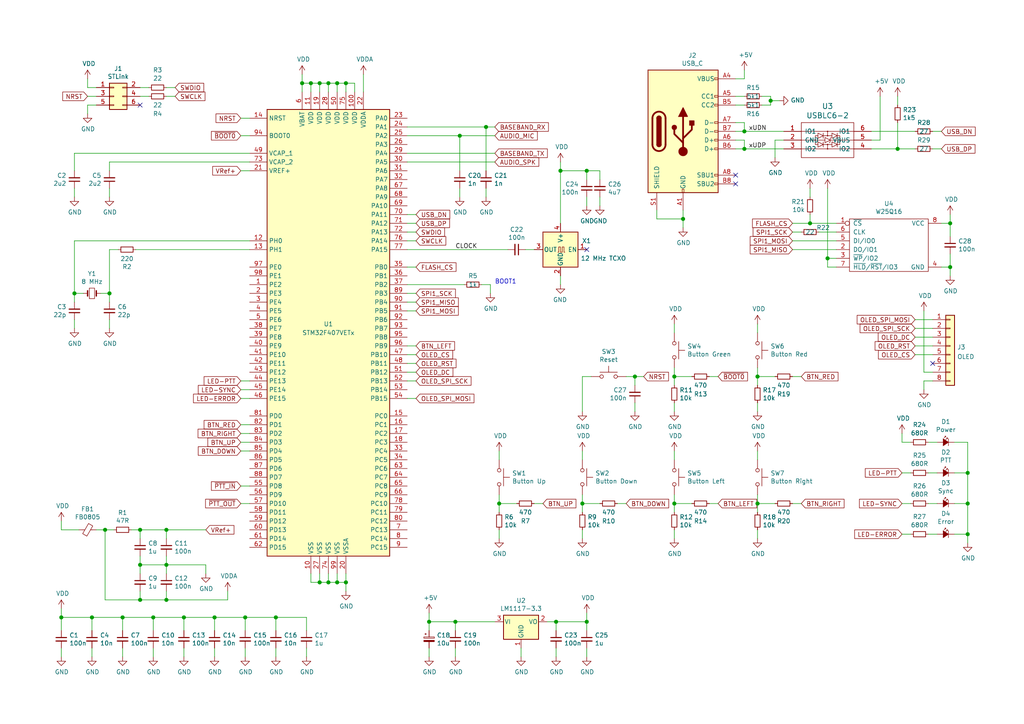
<source format=kicad_sch>
(kicad_sch (version 20210621) (generator eeschema)
  (paper "A4")
  (junction (at 17.78 179.07) (diameter 1.016))
  (junction (at 21.59 85.09) (diameter 1.016))
  (junction (at 26.67 179.07) (diameter 1.016))
  (junction (at 30.48 153.67) (diameter 1.016))
  (junction (at 31.75 85.09) (diameter 1.016))
  (junction (at 35.56 179.07) (diameter 1.016))
  (junction (at 40.64 153.67) (diameter 1.016))
  (junction (at 40.64 163.83) (diameter 1.016))
  (junction (at 40.64 173.99) (diameter 1.016))
  (junction (at 44.45 179.07) (diameter 1.016))
  (junction (at 48.26 153.67) (diameter 1.016))
  (junction (at 48.26 163.83) (diameter 1.016))
  (junction (at 48.26 173.99) (diameter 1.016))
  (junction (at 53.34 179.07) (diameter 1.016))
  (junction (at 62.23 179.07) (diameter 1.016))
  (junction (at 71.12 179.07) (diameter 1.016))
  (junction (at 80.01 179.07) (diameter 1.016))
  (junction (at 87.63 24.13) (diameter 1.016))
  (junction (at 90.17 24.13) (diameter 1.016))
  (junction (at 92.71 24.13) (diameter 1.016))
  (junction (at 92.71 168.91) (diameter 1.016))
  (junction (at 95.25 24.13) (diameter 1.016))
  (junction (at 95.25 168.91) (diameter 1.016))
  (junction (at 97.79 24.13) (diameter 1.016))
  (junction (at 97.79 168.91) (diameter 1.016))
  (junction (at 100.33 24.13) (diameter 1.016))
  (junction (at 100.33 168.91) (diameter 1.016))
  (junction (at 124.46 180.34) (diameter 1.016))
  (junction (at 132.08 180.34) (diameter 1.016))
  (junction (at 133.35 39.37) (diameter 1.016))
  (junction (at 140.97 36.83) (diameter 1.016))
  (junction (at 144.78 146.05) (diameter 1.016))
  (junction (at 161.29 180.34) (diameter 1.016))
  (junction (at 162.56 49.53) (diameter 1.016))
  (junction (at 168.91 146.05) (diameter 1.016))
  (junction (at 170.18 49.53) (diameter 1.016))
  (junction (at 170.18 180.34) (diameter 1.016))
  (junction (at 184.15 109.22) (diameter 1.016))
  (junction (at 195.58 109.22) (diameter 1.016))
  (junction (at 195.58 146.05) (diameter 1.016))
  (junction (at 198.12 63.5) (diameter 1.016))
  (junction (at 215.9 38.1) (diameter 1.016))
  (junction (at 215.9 43.18) (diameter 1.016))
  (junction (at 219.71 109.22) (diameter 1.016))
  (junction (at 219.71 146.05) (diameter 1.016))
  (junction (at 223.52 29.21) (diameter 1.016))
  (junction (at 234.95 64.77) (diameter 1.016))
  (junction (at 240.03 74.93) (diameter 1.016))
  (junction (at 260.35 43.18) (diameter 1.016))
  (junction (at 275.59 64.77) (diameter 1.016))
  (junction (at 275.59 77.47) (diameter 1.016))
  (junction (at 280.67 137.16) (diameter 1.016))
  (junction (at 280.67 146.05) (diameter 1.016))
  (junction (at 280.67 154.94) (diameter 1.016))
  (no_connect (at 40.64 30.48))
  (no_connect (at 170.18 72.39))
  (no_connect (at 213.36 50.8))
  (no_connect (at 213.36 53.34))
  (no_connect (at 270.51 105.41))
  (wire (pts (xy 17.78 153.67) (xy 17.78 151.13)))
  (wire (pts (xy 17.78 176.53) (xy 17.78 179.07)))
  (wire (pts (xy 17.78 179.07) (xy 26.67 179.07)))
  (wire (pts (xy 17.78 182.88) (xy 17.78 179.07)))
  (wire (pts (xy 17.78 187.96) (xy 17.78 190.5)))
  (wire (pts (xy 21.59 44.45) (xy 21.59 49.53)))
  (wire (pts (xy 21.59 54.61) (xy 21.59 57.15)))
  (wire (pts (xy 21.59 69.85) (xy 21.59 85.09)))
  (wire (pts (xy 21.59 85.09) (xy 21.59 87.63)))
  (wire (pts (xy 21.59 85.09) (xy 24.13 85.09)))
  (wire (pts (xy 21.59 92.71) (xy 21.59 95.25)))
  (wire (pts (xy 22.86 153.67) (xy 17.78 153.67)))
  (wire (pts (xy 25.4 25.4) (xy 25.4 22.86)))
  (wire (pts (xy 25.4 30.48) (xy 25.4 33.02)))
  (wire (pts (xy 26.67 179.07) (xy 26.67 182.88)))
  (wire (pts (xy 26.67 179.07) (xy 35.56 179.07)))
  (wire (pts (xy 26.67 187.96) (xy 26.67 190.5)))
  (wire (pts (xy 27.94 25.4) (xy 25.4 25.4)))
  (wire (pts (xy 27.94 27.94) (xy 25.4 27.94)))
  (wire (pts (xy 27.94 30.48) (xy 25.4 30.48)))
  (wire (pts (xy 27.94 153.67) (xy 30.48 153.67)))
  (wire (pts (xy 29.21 85.09) (xy 31.75 85.09)))
  (wire (pts (xy 30.48 153.67) (xy 30.48 173.99)))
  (wire (pts (xy 30.48 153.67) (xy 33.02 153.67)))
  (wire (pts (xy 30.48 173.99) (xy 40.64 173.99)))
  (wire (pts (xy 31.75 46.99) (xy 31.75 49.53)))
  (wire (pts (xy 31.75 54.61) (xy 31.75 57.15)))
  (wire (pts (xy 31.75 72.39) (xy 31.75 85.09)))
  (wire (pts (xy 31.75 85.09) (xy 31.75 87.63)))
  (wire (pts (xy 31.75 92.71) (xy 31.75 95.25)))
  (wire (pts (xy 34.29 72.39) (xy 31.75 72.39)))
  (wire (pts (xy 35.56 179.07) (xy 35.56 182.88)))
  (wire (pts (xy 35.56 179.07) (xy 44.45 179.07)))
  (wire (pts (xy 35.56 187.96) (xy 35.56 190.5)))
  (wire (pts (xy 38.1 153.67) (xy 40.64 153.67)))
  (wire (pts (xy 39.37 72.39) (xy 72.39 72.39)))
  (wire (pts (xy 40.64 25.4) (xy 43.18 25.4)))
  (wire (pts (xy 40.64 27.94) (xy 43.18 27.94)))
  (wire (pts (xy 40.64 153.67) (xy 40.64 156.21)))
  (wire (pts (xy 40.64 153.67) (xy 48.26 153.67)))
  (wire (pts (xy 40.64 161.29) (xy 40.64 163.83)))
  (wire (pts (xy 40.64 163.83) (xy 40.64 166.37)))
  (wire (pts (xy 40.64 163.83) (xy 48.26 163.83)))
  (wire (pts (xy 40.64 173.99) (xy 40.64 171.45)))
  (wire (pts (xy 40.64 173.99) (xy 48.26 173.99)))
  (wire (pts (xy 44.45 179.07) (xy 44.45 182.88)))
  (wire (pts (xy 44.45 179.07) (xy 53.34 179.07)))
  (wire (pts (xy 44.45 187.96) (xy 44.45 190.5)))
  (wire (pts (xy 48.26 25.4) (xy 50.8 25.4)))
  (wire (pts (xy 48.26 27.94) (xy 50.8 27.94)))
  (wire (pts (xy 48.26 153.67) (xy 48.26 156.21)))
  (wire (pts (xy 48.26 153.67) (xy 59.69 153.67)))
  (wire (pts (xy 48.26 161.29) (xy 48.26 163.83)))
  (wire (pts (xy 48.26 163.83) (xy 48.26 166.37)))
  (wire (pts (xy 48.26 163.83) (xy 59.69 163.83)))
  (wire (pts (xy 48.26 173.99) (xy 48.26 171.45)))
  (wire (pts (xy 48.26 173.99) (xy 66.04 173.99)))
  (wire (pts (xy 53.34 179.07) (xy 53.34 182.88)))
  (wire (pts (xy 53.34 179.07) (xy 62.23 179.07)))
  (wire (pts (xy 53.34 187.96) (xy 53.34 190.5)))
  (wire (pts (xy 59.69 163.83) (xy 59.69 166.37)))
  (wire (pts (xy 62.23 179.07) (xy 62.23 182.88)))
  (wire (pts (xy 62.23 179.07) (xy 71.12 179.07)))
  (wire (pts (xy 62.23 187.96) (xy 62.23 190.5)))
  (wire (pts (xy 66.04 173.99) (xy 66.04 171.45)))
  (wire (pts (xy 69.85 34.29) (xy 72.39 34.29)))
  (wire (pts (xy 69.85 39.37) (xy 72.39 39.37)))
  (wire (pts (xy 69.85 49.53) (xy 72.39 49.53)))
  (wire (pts (xy 69.85 123.19) (xy 72.39 123.19)))
  (wire (pts (xy 69.85 125.73) (xy 72.39 125.73)))
  (wire (pts (xy 69.85 128.27) (xy 72.39 128.27)))
  (wire (pts (xy 69.85 130.81) (xy 72.39 130.81)))
  (wire (pts (xy 69.85 146.05) (xy 72.39 146.05)))
  (wire (pts (xy 71.12 179.07) (xy 71.12 182.88)))
  (wire (pts (xy 71.12 179.07) (xy 80.01 179.07)))
  (wire (pts (xy 71.12 187.96) (xy 71.12 190.5)))
  (wire (pts (xy 72.39 44.45) (xy 21.59 44.45)))
  (wire (pts (xy 72.39 46.99) (xy 31.75 46.99)))
  (wire (pts (xy 72.39 69.85) (xy 21.59 69.85)))
  (wire (pts (xy 72.39 110.49) (xy 69.85 110.49)))
  (wire (pts (xy 72.39 113.03) (xy 69.85 113.03)))
  (wire (pts (xy 72.39 115.57) (xy 69.85 115.57)))
  (wire (pts (xy 72.39 140.97) (xy 69.85 140.97)))
  (wire (pts (xy 80.01 179.07) (xy 80.01 182.88)))
  (wire (pts (xy 80.01 179.07) (xy 88.9 179.07)))
  (wire (pts (xy 80.01 187.96) (xy 80.01 190.5)))
  (wire (pts (xy 87.63 24.13) (xy 87.63 21.59)))
  (wire (pts (xy 87.63 24.13) (xy 87.63 26.67)))
  (wire (pts (xy 88.9 179.07) (xy 88.9 182.88)))
  (wire (pts (xy 88.9 187.96) (xy 88.9 190.5)))
  (wire (pts (xy 90.17 24.13) (xy 87.63 24.13)))
  (wire (pts (xy 90.17 26.67) (xy 90.17 24.13)))
  (wire (pts (xy 90.17 166.37) (xy 90.17 168.91)))
  (wire (pts (xy 90.17 168.91) (xy 92.71 168.91)))
  (wire (pts (xy 92.71 24.13) (xy 90.17 24.13)))
  (wire (pts (xy 92.71 26.67) (xy 92.71 24.13)))
  (wire (pts (xy 92.71 166.37) (xy 92.71 168.91)))
  (wire (pts (xy 92.71 168.91) (xy 95.25 168.91)))
  (wire (pts (xy 95.25 24.13) (xy 92.71 24.13)))
  (wire (pts (xy 95.25 26.67) (xy 95.25 24.13)))
  (wire (pts (xy 95.25 166.37) (xy 95.25 168.91)))
  (wire (pts (xy 95.25 168.91) (xy 97.79 168.91)))
  (wire (pts (xy 97.79 24.13) (xy 95.25 24.13)))
  (wire (pts (xy 97.79 26.67) (xy 97.79 24.13)))
  (wire (pts (xy 97.79 166.37) (xy 97.79 168.91)))
  (wire (pts (xy 97.79 168.91) (xy 100.33 168.91)))
  (wire (pts (xy 100.33 24.13) (xy 97.79 24.13)))
  (wire (pts (xy 100.33 26.67) (xy 100.33 24.13)))
  (wire (pts (xy 100.33 168.91) (xy 100.33 166.37)))
  (wire (pts (xy 100.33 168.91) (xy 100.33 171.45)))
  (wire (pts (xy 102.87 24.13) (xy 100.33 24.13)))
  (wire (pts (xy 102.87 26.67) (xy 102.87 24.13)))
  (wire (pts (xy 105.41 21.59) (xy 105.41 26.67)))
  (wire (pts (xy 118.11 36.83) (xy 140.97 36.83)))
  (wire (pts (xy 118.11 39.37) (xy 133.35 39.37)))
  (wire (pts (xy 118.11 44.45) (xy 143.51 44.45)))
  (wire (pts (xy 118.11 46.99) (xy 143.51 46.99)))
  (wire (pts (xy 118.11 72.39) (xy 147.32 72.39)))
  (wire (pts (xy 118.11 82.55) (xy 134.62 82.55)))
  (wire (pts (xy 118.11 85.09) (xy 120.65 85.09)))
  (wire (pts (xy 118.11 100.33) (xy 120.65 100.33)))
  (wire (pts (xy 118.11 102.87) (xy 120.65 102.87)))
  (wire (pts (xy 118.11 105.41) (xy 120.65 105.41)))
  (wire (pts (xy 118.11 107.95) (xy 120.65 107.95)))
  (wire (pts (xy 118.11 110.49) (xy 120.65 110.49)))
  (wire (pts (xy 118.11 115.57) (xy 120.65 115.57)))
  (wire (pts (xy 120.65 62.23) (xy 118.11 62.23)))
  (wire (pts (xy 120.65 64.77) (xy 118.11 64.77)))
  (wire (pts (xy 120.65 67.31) (xy 118.11 67.31)))
  (wire (pts (xy 120.65 69.85) (xy 118.11 69.85)))
  (wire (pts (xy 120.65 77.47) (xy 118.11 77.47)))
  (wire (pts (xy 120.65 87.63) (xy 118.11 87.63)))
  (wire (pts (xy 120.65 90.17) (xy 118.11 90.17)))
  (wire (pts (xy 124.46 180.34) (xy 124.46 177.8)))
  (wire (pts (xy 124.46 180.34) (xy 124.46 182.88)))
  (wire (pts (xy 124.46 187.96) (xy 124.46 190.5)))
  (wire (pts (xy 132.08 180.34) (xy 124.46 180.34)))
  (wire (pts (xy 132.08 180.34) (xy 132.08 182.88)))
  (wire (pts (xy 132.08 187.96) (xy 132.08 190.5)))
  (wire (pts (xy 133.35 39.37) (xy 133.35 49.53)))
  (wire (pts (xy 133.35 39.37) (xy 143.51 39.37)))
  (wire (pts (xy 133.35 54.61) (xy 133.35 57.15)))
  (wire (pts (xy 139.7 82.55) (xy 142.24 82.55)))
  (wire (pts (xy 140.97 36.83) (xy 143.51 36.83)))
  (wire (pts (xy 140.97 49.53) (xy 140.97 36.83)))
  (wire (pts (xy 140.97 54.61) (xy 140.97 57.15)))
  (wire (pts (xy 142.24 82.55) (xy 142.24 85.09)))
  (wire (pts (xy 143.51 180.34) (xy 132.08 180.34)))
  (wire (pts (xy 144.78 130.81) (xy 144.78 133.35)))
  (wire (pts (xy 144.78 143.51) (xy 144.78 146.05)))
  (wire (pts (xy 144.78 146.05) (xy 144.78 148.59)))
  (wire (pts (xy 144.78 146.05) (xy 149.86 146.05)))
  (wire (pts (xy 144.78 153.67) (xy 144.78 156.21)))
  (wire (pts (xy 151.13 187.96) (xy 151.13 190.5)))
  (wire (pts (xy 152.4 72.39) (xy 154.94 72.39)))
  (wire (pts (xy 154.94 146.05) (xy 157.48 146.05)))
  (wire (pts (xy 158.75 180.34) (xy 161.29 180.34)))
  (wire (pts (xy 161.29 180.34) (xy 161.29 182.88)))
  (wire (pts (xy 161.29 180.34) (xy 170.18 180.34)))
  (wire (pts (xy 161.29 187.96) (xy 161.29 190.5)))
  (wire (pts (xy 162.56 49.53) (xy 162.56 46.99)))
  (wire (pts (xy 162.56 49.53) (xy 170.18 49.53)))
  (wire (pts (xy 162.56 64.77) (xy 162.56 49.53)))
  (wire (pts (xy 162.56 80.01) (xy 162.56 82.55)))
  (wire (pts (xy 168.91 109.22) (xy 168.91 119.38)))
  (wire (pts (xy 168.91 109.22) (xy 171.45 109.22)))
  (wire (pts (xy 168.91 130.81) (xy 168.91 133.35)))
  (wire (pts (xy 168.91 143.51) (xy 168.91 146.05)))
  (wire (pts (xy 168.91 146.05) (xy 168.91 148.59)))
  (wire (pts (xy 168.91 146.05) (xy 173.99 146.05)))
  (wire (pts (xy 168.91 153.67) (xy 168.91 156.21)))
  (wire (pts (xy 170.18 49.53) (xy 170.18 52.07)))
  (wire (pts (xy 170.18 49.53) (xy 173.99 49.53)))
  (wire (pts (xy 170.18 57.15) (xy 170.18 59.69)))
  (wire (pts (xy 170.18 180.34) (xy 170.18 177.8)))
  (wire (pts (xy 170.18 180.34) (xy 170.18 182.88)))
  (wire (pts (xy 170.18 187.96) (xy 170.18 190.5)))
  (wire (pts (xy 173.99 49.53) (xy 173.99 52.07)))
  (wire (pts (xy 173.99 57.15) (xy 173.99 59.69)))
  (wire (pts (xy 179.07 146.05) (xy 181.61 146.05)))
  (wire (pts (xy 181.61 109.22) (xy 184.15 109.22)))
  (wire (pts (xy 184.15 109.22) (xy 184.15 111.76)))
  (wire (pts (xy 184.15 109.22) (xy 186.69 109.22)))
  (wire (pts (xy 184.15 116.84) (xy 184.15 119.38)))
  (wire (pts (xy 190.5 60.96) (xy 190.5 63.5)))
  (wire (pts (xy 190.5 63.5) (xy 198.12 63.5)))
  (wire (pts (xy 195.58 93.98) (xy 195.58 96.52)))
  (wire (pts (xy 195.58 106.68) (xy 195.58 109.22)))
  (wire (pts (xy 195.58 109.22) (xy 195.58 111.76)))
  (wire (pts (xy 195.58 109.22) (xy 200.66 109.22)))
  (wire (pts (xy 195.58 116.84) (xy 195.58 119.38)))
  (wire (pts (xy 195.58 130.81) (xy 195.58 133.35)))
  (wire (pts (xy 195.58 143.51) (xy 195.58 146.05)))
  (wire (pts (xy 195.58 146.05) (xy 195.58 148.59)))
  (wire (pts (xy 195.58 146.05) (xy 200.66 146.05)))
  (wire (pts (xy 195.58 153.67) (xy 195.58 156.21)))
  (wire (pts (xy 198.12 63.5) (xy 198.12 60.96)))
  (wire (pts (xy 198.12 63.5) (xy 198.12 66.04)))
  (wire (pts (xy 205.74 109.22) (xy 208.28 109.22)))
  (wire (pts (xy 205.74 146.05) (xy 208.28 146.05)))
  (wire (pts (xy 213.36 22.86) (xy 215.9 22.86)))
  (wire (pts (xy 213.36 27.94) (xy 215.9 27.94)))
  (wire (pts (xy 213.36 30.48) (xy 215.9 30.48)))
  (wire (pts (xy 213.36 35.56) (xy 215.9 35.56)))
  (wire (pts (xy 213.36 38.1) (xy 215.9 38.1)))
  (wire (pts (xy 213.36 40.64) (xy 215.9 40.64)))
  (wire (pts (xy 213.36 43.18) (xy 215.9 43.18)))
  (wire (pts (xy 215.9 22.86) (xy 215.9 20.32)))
  (wire (pts (xy 215.9 35.56) (xy 215.9 38.1)))
  (wire (pts (xy 215.9 38.1) (xy 227.33 38.1)))
  (wire (pts (xy 215.9 40.64) (xy 215.9 43.18)))
  (wire (pts (xy 215.9 43.18) (xy 227.33 43.18)))
  (wire (pts (xy 219.71 93.98) (xy 219.71 96.52)))
  (wire (pts (xy 219.71 106.68) (xy 219.71 109.22)))
  (wire (pts (xy 219.71 109.22) (xy 219.71 111.76)))
  (wire (pts (xy 219.71 109.22) (xy 224.79 109.22)))
  (wire (pts (xy 219.71 116.84) (xy 219.71 119.38)))
  (wire (pts (xy 219.71 130.81) (xy 219.71 133.35)))
  (wire (pts (xy 219.71 143.51) (xy 219.71 146.05)))
  (wire (pts (xy 219.71 146.05) (xy 219.71 148.59)))
  (wire (pts (xy 219.71 146.05) (xy 224.79 146.05)))
  (wire (pts (xy 219.71 153.67) (xy 219.71 156.21)))
  (wire (pts (xy 220.98 27.94) (xy 223.52 27.94)))
  (wire (pts (xy 223.52 27.94) (xy 223.52 29.21)))
  (wire (pts (xy 223.52 29.21) (xy 223.52 30.48)))
  (wire (pts (xy 223.52 29.21) (xy 226.06 29.21)))
  (wire (pts (xy 223.52 30.48) (xy 220.98 30.48)))
  (wire (pts (xy 224.79 40.64) (xy 224.79 45.72)))
  (wire (pts (xy 227.33 40.64) (xy 224.79 40.64)))
  (wire (pts (xy 229.87 64.77) (xy 234.95 64.77)))
  (wire (pts (xy 229.87 109.22) (xy 232.41 109.22)))
  (wire (pts (xy 229.87 146.05) (xy 232.41 146.05)))
  (wire (pts (xy 232.41 67.31) (xy 229.87 67.31)))
  (wire (pts (xy 234.95 57.15) (xy 234.95 54.61)))
  (wire (pts (xy 234.95 64.77) (xy 234.95 62.23)))
  (wire (pts (xy 240.03 74.93) (xy 240.03 54.61)))
  (wire (pts (xy 240.03 77.47) (xy 240.03 74.93)))
  (wire (pts (xy 242.57 64.77) (xy 234.95 64.77)))
  (wire (pts (xy 242.57 67.31) (xy 237.49 67.31)))
  (wire (pts (xy 242.57 69.85) (xy 229.87 69.85)))
  (wire (pts (xy 242.57 72.39) (xy 229.87 72.39)))
  (wire (pts (xy 242.57 74.93) (xy 240.03 74.93)))
  (wire (pts (xy 242.57 77.47) (xy 240.03 77.47)))
  (wire (pts (xy 252.73 38.1) (xy 265.43 38.1)))
  (wire (pts (xy 252.73 40.64) (xy 255.27 40.64)))
  (wire (pts (xy 252.73 43.18) (xy 260.35 43.18)))
  (wire (pts (xy 255.27 27.94) (xy 255.27 40.64)))
  (wire (pts (xy 260.35 27.94) (xy 260.35 30.48)))
  (wire (pts (xy 260.35 43.18) (xy 260.35 35.56)))
  (wire (pts (xy 260.35 43.18) (xy 265.43 43.18)))
  (wire (pts (xy 261.62 128.27) (xy 261.62 125.73)))
  (wire (pts (xy 264.16 128.27) (xy 261.62 128.27)))
  (wire (pts (xy 264.16 137.16) (xy 261.62 137.16)))
  (wire (pts (xy 264.16 146.05) (xy 261.62 146.05)))
  (wire (pts (xy 264.16 154.94) (xy 261.62 154.94)))
  (wire (pts (xy 265.43 92.71) (xy 270.51 92.71)))
  (wire (pts (xy 265.43 95.25) (xy 270.51 95.25)))
  (wire (pts (xy 265.43 97.79) (xy 270.51 97.79)))
  (wire (pts (xy 265.43 100.33) (xy 270.51 100.33)))
  (wire (pts (xy 265.43 102.87) (xy 270.51 102.87)))
  (wire (pts (xy 267.97 107.95) (xy 267.97 90.17)))
  (wire (pts (xy 267.97 110.49) (xy 267.97 113.03)))
  (wire (pts (xy 269.24 128.27) (xy 271.78 128.27)))
  (wire (pts (xy 269.24 137.16) (xy 271.78 137.16)))
  (wire (pts (xy 269.24 146.05) (xy 271.78 146.05)))
  (wire (pts (xy 269.24 154.94) (xy 271.78 154.94)))
  (wire (pts (xy 270.51 38.1) (xy 273.05 38.1)))
  (wire (pts (xy 270.51 43.18) (xy 273.05 43.18)))
  (wire (pts (xy 270.51 107.95) (xy 267.97 107.95)))
  (wire (pts (xy 270.51 110.49) (xy 267.97 110.49)))
  (wire (pts (xy 273.05 64.77) (xy 275.59 64.77)))
  (wire (pts (xy 273.05 77.47) (xy 275.59 77.47)))
  (wire (pts (xy 275.59 64.77) (xy 275.59 62.23)))
  (wire (pts (xy 275.59 64.77) (xy 275.59 68.58)))
  (wire (pts (xy 275.59 77.47) (xy 275.59 73.66)))
  (wire (pts (xy 275.59 77.47) (xy 275.59 80.01)))
  (wire (pts (xy 276.86 128.27) (xy 280.67 128.27)))
  (wire (pts (xy 276.86 137.16) (xy 280.67 137.16)))
  (wire (pts (xy 276.86 146.05) (xy 280.67 146.05)))
  (wire (pts (xy 276.86 154.94) (xy 280.67 154.94)))
  (wire (pts (xy 280.67 128.27) (xy 280.67 137.16)))
  (wire (pts (xy 280.67 137.16) (xy 280.67 146.05)))
  (wire (pts (xy 280.67 146.05) (xy 280.67 154.94)))
  (wire (pts (xy 280.67 154.94) (xy 280.67 157.48)))
  (text "BOOT1" (at 143.51 82.55 0) (effects (font (size 1.27 1.27)) (justify left bottom)))
  (label "CLOCK" (at 132.08 72.39 0))
  (label "xUDN" (at 217.17 38.1 0))
  (label "xUDP" (at 217.17 43.18 0))
  (global_label "NRST" (shape input) (at 25.4 27.94 180) (property "Intersheet References" "${INTERSHEET_REFS}" (effects hide)))
  (global_label "SWDIO" (shape input) (at 50.8 25.4 0) (property "Intersheet References" "${INTERSHEET_REFS}" (effects hide)))
  (global_label "SWCLK" (shape input) (at 50.8 27.94 0) (property "Intersheet References" "${INTERSHEET_REFS}" (effects hide)))
  (global_label "VRef+" (shape input) (at 59.69 153.67 0) (property "Intersheet References" "${INTERSHEET_REFS}" (effects hide)))
  (global_label "NRST" (shape input) (at 69.85 34.29 180) (property "Intersheet References" "${INTERSHEET_REFS}" (effects hide)))
  (global_label "~{BOOT0}" (shape input) (at 69.85 39.37 180) (property "Intersheet References" "${INTERSHEET_REFS}" (effects hide)))
  (global_label "VRef+" (shape input) (at 69.85 49.53 180) (property "Intersheet References" "${INTERSHEET_REFS}" (effects hide)))
  (global_label "LED-PTT" (shape input) (at 69.85 110.49 180) (property "Intersheet References" "${INTERSHEET_REFS}" (effects hide)))
  (global_label "LED-SYNC" (shape input) (at 69.85 113.03 180) (property "Intersheet References" "${INTERSHEET_REFS}" (effects hide)))
  (global_label "LED-ERROR" (shape input) (at 69.85 115.57 180) (property "Intersheet References" "${INTERSHEET_REFS}" (effects hide)))
  (global_label "BTN_RED" (shape input) (at 69.85 123.19 180) (property "Intersheet References" "${INTERSHEET_REFS}" (effects hide)))
  (global_label "BTN_RIGHT" (shape input) (at 69.85 125.73 180) (property "Intersheet References" "${INTERSHEET_REFS}" (effects hide)))
  (global_label "BTN_UP" (shape input) (at 69.85 128.27 180) (property "Intersheet References" "${INTERSHEET_REFS}" (effects hide)))
  (global_label "BTN_DOWN" (shape input) (at 69.85 130.81 180) (property "Intersheet References" "${INTERSHEET_REFS}" (effects hide)))
  (global_label "~{PTT_IN}" (shape input) (at 69.85 140.97 180) (property "Intersheet References" "${INTERSHEET_REFS}" (effects hide)))
  (global_label "~{PTT_OUT}" (shape input) (at 69.85 146.05 180) (property "Intersheet References" "${INTERSHEET_REFS}" (effects hide)))
  (global_label "USB_DN" (shape input) (at 120.65 62.23 0) (property "Intersheet References" "${INTERSHEET_REFS}" (effects hide)))
  (global_label "USB_DP" (shape input) (at 120.65 64.77 0) (property "Intersheet References" "${INTERSHEET_REFS}" (effects hide)))
  (global_label "SWDIO" (shape input) (at 120.65 67.31 0) (property "Intersheet References" "${INTERSHEET_REFS}" (effects hide)))
  (global_label "SWCLK" (shape input) (at 120.65 69.85 0) (property "Intersheet References" "${INTERSHEET_REFS}" (effects hide)))
  (global_label "FLASH_CS" (shape input) (at 120.65 77.47 0) (property "Intersheet References" "${INTERSHEET_REFS}" (effects hide)))
  (global_label "SPI1_SCK" (shape input) (at 120.65 85.09 0) (property "Intersheet References" "${INTERSHEET_REFS}" (effects hide)))
  (global_label "SPI1_MISO" (shape input) (at 120.65 87.63 0) (property "Intersheet References" "${INTERSHEET_REFS}" (effects hide)))
  (global_label "SPI1_MOSI" (shape input) (at 120.65 90.17 0) (property "Intersheet References" "${INTERSHEET_REFS}" (effects hide)))
  (global_label "BTN_LEFT" (shape input) (at 120.65 100.33 0) (property "Intersheet References" "${INTERSHEET_REFS}" (effects hide)))
  (global_label "OLED_CS" (shape input) (at 120.65 102.87 0) (property "Intersheet References" "${INTERSHEET_REFS}" (effects hide)))
  (global_label "OLED_RST" (shape input) (at 120.65 105.41 0) (property "Intersheet References" "${INTERSHEET_REFS}" (effects hide)))
  (global_label "OLED_DC" (shape input) (at 120.65 107.95 0) (property "Intersheet References" "${INTERSHEET_REFS}" (effects hide)))
  (global_label "OLED_SPI_SCK" (shape input) (at 120.65 110.49 0) (property "Intersheet References" "${INTERSHEET_REFS}" (effects hide)))
  (global_label "OLED_SPI_MOSI" (shape input) (at 120.65 115.57 0) (property "Intersheet References" "${INTERSHEET_REFS}" (effects hide)))
  (global_label "BASEBAND_RX" (shape input) (at 143.51 36.83 0) (property "Intersheet References" "${INTERSHEET_REFS}" (effects hide)))
  (global_label "AUDIO_MIC" (shape input) (at 143.51 39.37 0) (property "Intersheet References" "${INTERSHEET_REFS}" (effects hide)))
  (global_label "BASEBAND_TX" (shape input) (at 143.51 44.45 0) (property "Intersheet References" "${INTERSHEET_REFS}" (effects hide)))
  (global_label "AUDIO_SPK" (shape input) (at 143.51 46.99 0) (property "Intersheet References" "${INTERSHEET_REFS}" (effects hide)))
  (global_label "BTN_UP" (shape input) (at 157.48 146.05 0) (property "Intersheet References" "${INTERSHEET_REFS}" (effects hide)))
  (global_label "BTN_DOWN" (shape input) (at 181.61 146.05 0) (property "Intersheet References" "${INTERSHEET_REFS}" (effects hide)))
  (global_label "NRST" (shape input) (at 186.69 109.22 0) (property "Intersheet References" "${INTERSHEET_REFS}" (effects hide)))
  (global_label "~{BOOT0}" (shape input) (at 208.28 109.22 0) (property "Intersheet References" "${INTERSHEET_REFS}" (effects hide)))
  (global_label "BTN_LEFT" (shape input) (at 208.28 146.05 0) (property "Intersheet References" "${INTERSHEET_REFS}" (effects hide)))
  (global_label "FLASH_CS" (shape input) (at 229.87 64.77 180) (property "Intersheet References" "${INTERSHEET_REFS}" (effects hide)))
  (global_label "SPI1_SCK" (shape input) (at 229.87 67.31 180) (property "Intersheet References" "${INTERSHEET_REFS}" (effects hide)))
  (global_label "SPI1_MOSI" (shape input) (at 229.87 69.85 180) (property "Intersheet References" "${INTERSHEET_REFS}" (effects hide)))
  (global_label "SPI1_MISO" (shape input) (at 229.87 72.39 180) (property "Intersheet References" "${INTERSHEET_REFS}" (effects hide)))
  (global_label "BTN_RED" (shape input) (at 232.41 109.22 0) (property "Intersheet References" "${INTERSHEET_REFS}" (effects hide)))
  (global_label "BTN_RIGHT" (shape input) (at 232.41 146.05 0) (property "Intersheet References" "${INTERSHEET_REFS}" (effects hide)))
  (global_label "LED-PTT" (shape input) (at 261.62 137.16 180) (property "Intersheet References" "${INTERSHEET_REFS}" (effects hide)))
  (global_label "LED-SYNC" (shape input) (at 261.62 146.05 180) (property "Intersheet References" "${INTERSHEET_REFS}" (effects hide)))
  (global_label "LED-ERROR" (shape input) (at 261.62 154.94 180) (property "Intersheet References" "${INTERSHEET_REFS}" (effects hide)))
  (global_label "OLED_SPI_MOSI" (shape input) (at 265.43 92.71 180) (property "Intersheet References" "${INTERSHEET_REFS}" (effects hide)))
  (global_label "OLED_SPI_SCK" (shape input) (at 265.43 95.25 180) (property "Intersheet References" "${INTERSHEET_REFS}" (effects hide)))
  (global_label "OLED_DC" (shape input) (at 265.43 97.79 180) (property "Intersheet References" "${INTERSHEET_REFS}" (effects hide)))
  (global_label "OLED_RST" (shape input) (at 265.43 100.33 180) (property "Intersheet References" "${INTERSHEET_REFS}" (effects hide)))
  (global_label "OLED_CS" (shape input) (at 265.43 102.87 180) (property "Intersheet References" "${INTERSHEET_REFS}" (effects hide)))
  (global_label "USB_DN" (shape input) (at 273.05 38.1 0) (property "Intersheet References" "${INTERSHEET_REFS}" (effects hide)))
  (global_label "USB_DP" (shape input) (at 273.05 43.18 0) (property "Intersheet References" "${INTERSHEET_REFS}" (effects hide)))
  (symbol (lib_id "power:VDD") (at 17.78 151.13 0) (unit 1)
    (property "Reference" "#PWR01" (effects hide))
    (property "Value" "VDD" (at 18.161 146.7358 0))
  )
  (symbol (lib_id "power:VDD") (at 17.78 176.53 0) (unit 1)
    (property "Reference" "#PWR02" (effects hide))
    (property "Value" "VDD" (at 18.161 172.1358 0))
  )
  (symbol (lib_id "power:VDD") (at 25.4 22.86 0) (unit 1)
    (property "Reference" "#PWR06" (effects hide))
    (property "Value" "VDD" (at 25.781 18.4658 0))
  )
  (symbol (lib_id "power:VDDA") (at 66.04 171.45 0) (unit 1)
    (property "Reference" "#PWR016" (effects hide))
    (property "Value" "VDDA" (at 66.421 167.0558 0))
  )
  (symbol (lib_id "power:VDD") (at 87.63 21.59 0) (unit 1)
    (property "Reference" "#PWR019" (effects hide))
    (property "Value" "VDD" (at 88.011 17.1958 0))
  )
  (symbol (lib_id "power:VDDA") (at 105.41 21.59 0) (unit 1)
    (property "Reference" "#PWR022" (effects hide))
    (property "Value" "VDDA" (at 105.791 17.1958 0))
  )
  (symbol (lib_id "power:+5V") (at 124.46 177.8 0) (unit 1)
    (property "Reference" "#PWR023" (effects hide))
    (property "Value" "+5V" (at 124.841 173.4058 0))
  )
  (symbol (lib_id "power:VDD") (at 144.78 130.81 0) (unit 1)
    (property "Reference" "#PWR029" (effects hide))
    (property "Value" "VDD" (at 145.161 126.4158 0))
  )
  (symbol (lib_id "power:VDD") (at 162.56 46.99 0) (unit 1)
    (property "Reference" "#PWR033" (effects hide))
    (property "Value" "VDD" (at 162.941 42.5958 0))
  )
  (symbol (lib_id "power:VDD") (at 168.91 130.81 0) (unit 1)
    (property "Reference" "#PWR036" (effects hide))
    (property "Value" "VDD" (at 169.291 126.4158 0))
  )
  (symbol (lib_id "power:VDD") (at 170.18 177.8 0) (unit 1)
    (property "Reference" "#PWR039" (effects hide))
    (property "Value" "VDD" (at 170.561 173.4058 0))
  )
  (symbol (lib_id "power:VDD") (at 195.58 93.98 0) (unit 1)
    (property "Reference" "#PWR043" (effects hide))
    (property "Value" "VDD" (at 195.961 89.5858 0))
  )
  (symbol (lib_id "power:VDD") (at 195.58 130.81 0) (unit 1)
    (property "Reference" "#PWR045" (effects hide))
    (property "Value" "VDD" (at 195.961 126.4158 0))
  )
  (symbol (lib_id "power:+5V") (at 215.9 20.32 0) (unit 1)
    (property "Reference" "#PWR048" (effects hide))
    (property "Value" "+5V" (at 216.281 15.9258 0))
  )
  (symbol (lib_id "power:VDD") (at 219.71 93.98 0) (unit 1)
    (property "Reference" "#PWR049" (effects hide))
    (property "Value" "VDD" (at 220.091 89.5858 0))
  )
  (symbol (lib_id "power:VDD") (at 219.71 130.81 0) (unit 1)
    (property "Reference" "#PWR051" (effects hide))
    (property "Value" "VDD" (at 220.091 126.4158 0))
  )
  (symbol (lib_id "power:VDD") (at 234.95 54.61 0) (unit 1)
    (property "Reference" "#PWR055" (effects hide))
    (property "Value" "VDD" (at 235.331 50.2158 0))
  )
  (symbol (lib_id "power:VDD") (at 240.03 54.61 0) (unit 1)
    (property "Reference" "#PWR056" (effects hide))
    (property "Value" "VDD" (at 240.411 50.2158 0))
  )
  (symbol (lib_id "power:+5V") (at 255.27 27.94 0) (unit 1)
    (property "Reference" "#PWR057" (effects hide))
    (property "Value" "+5V" (at 255.651 23.5458 0))
  )
  (symbol (lib_id "power:VDD") (at 260.35 27.94 0) (unit 1)
    (property "Reference" "#PWR058" (effects hide))
    (property "Value" "VDD" (at 260.731 23.5458 0))
  )
  (symbol (lib_id "power:VDD") (at 261.62 125.73 0) (unit 1)
    (property "Reference" "#PWR059" (effects hide))
    (property "Value" "VDD" (at 262.001 121.3358 0))
  )
  (symbol (lib_id "power:VDD") (at 267.97 90.17 0) (unit 1)
    (property "Reference" "#PWR060" (effects hide))
    (property "Value" "VDD" (at 268.351 85.7758 0))
  )
  (symbol (lib_id "power:VDD") (at 275.59 62.23 0) (unit 1)
    (property "Reference" "#PWR062" (effects hide))
    (property "Value" "VDD" (at 275.971 57.8358 0))
  )
  (symbol (lib_id "power:GND") (at 17.78 190.5 0) (unit 1)
    (property "Reference" "#PWR03" (effects hide))
    (property "Value" "GND" (at 17.907 194.8942 0))
  )
  (symbol (lib_id "power:GND") (at 21.59 57.15 0) (unit 1)
    (property "Reference" "#PWR04" (effects hide))
    (property "Value" "GND" (at 21.717 61.5442 0))
  )
  (symbol (lib_id "power:GND") (at 21.59 95.25 0) (unit 1)
    (property "Reference" "#PWR05" (effects hide))
    (property "Value" "GND" (at 21.717 99.6442 0))
  )
  (symbol (lib_id "power:GND") (at 25.4 33.02 0) (unit 1)
    (property "Reference" "#PWR07" (effects hide))
    (property "Value" "GND" (at 25.527 37.4142 0))
  )
  (symbol (lib_id "power:GND") (at 26.67 190.5 0) (unit 1)
    (property "Reference" "#PWR08" (effects hide))
    (property "Value" "GND" (at 26.797 194.8942 0))
  )
  (symbol (lib_id "power:GND") (at 31.75 57.15 0) (unit 1)
    (property "Reference" "#PWR09" (effects hide))
    (property "Value" "GND" (at 31.877 61.5442 0))
  )
  (symbol (lib_id "power:GND") (at 31.75 95.25 0) (unit 1)
    (property "Reference" "#PWR010" (effects hide))
    (property "Value" "GND" (at 31.877 99.6442 0))
  )
  (symbol (lib_id "power:GND") (at 35.56 190.5 0) (unit 1)
    (property "Reference" "#PWR011" (effects hide))
    (property "Value" "GND" (at 35.687 194.8942 0))
  )
  (symbol (lib_id "power:GND") (at 44.45 190.5 0) (unit 1)
    (property "Reference" "#PWR012" (effects hide))
    (property "Value" "GND" (at 44.577 194.8942 0))
  )
  (symbol (lib_id "power:GND") (at 53.34 190.5 0) (unit 1)
    (property "Reference" "#PWR013" (effects hide))
    (property "Value" "GND" (at 53.467 194.8942 0))
  )
  (symbol (lib_id "power:GND") (at 59.69 166.37 0) (unit 1)
    (property "Reference" "#PWR014" (effects hide))
    (property "Value" "GND" (at 59.817 170.7642 0))
  )
  (symbol (lib_id "power:GND") (at 62.23 190.5 0) (unit 1)
    (property "Reference" "#PWR015" (effects hide))
    (property "Value" "GND" (at 62.357 194.8942 0))
  )
  (symbol (lib_id "power:GND") (at 71.12 190.5 0) (unit 1)
    (property "Reference" "#PWR017" (effects hide))
    (property "Value" "GND" (at 71.247 194.8942 0))
  )
  (symbol (lib_id "power:GND") (at 80.01 190.5 0) (unit 1)
    (property "Reference" "#PWR018" (effects hide))
    (property "Value" "GND" (at 80.137 194.8942 0))
  )
  (symbol (lib_id "power:GND") (at 88.9 190.5 0) (unit 1)
    (property "Reference" "#PWR020" (effects hide))
    (property "Value" "GND" (at 89.027 194.8942 0))
  )
  (symbol (lib_id "power:GND") (at 100.33 171.45 0) (unit 1)
    (property "Reference" "#PWR021" (effects hide))
    (property "Value" "GND" (at 100.457 175.8442 0))
  )
  (symbol (lib_id "power:GND") (at 124.46 190.5 0) (unit 1)
    (property "Reference" "#PWR024" (effects hide))
    (property "Value" "GND" (at 124.587 194.8942 0))
  )
  (symbol (lib_id "power:GND") (at 132.08 190.5 0) (unit 1)
    (property "Reference" "#PWR025" (effects hide))
    (property "Value" "GND" (at 132.207 194.8942 0))
  )
  (symbol (lib_id "power:GND") (at 133.35 57.15 0) (unit 1)
    (property "Reference" "#PWR026" (effects hide))
    (property "Value" "GND" (at 133.477 61.5442 0))
  )
  (symbol (lib_id "power:GND") (at 140.97 57.15 0) (unit 1)
    (property "Reference" "#PWR027" (effects hide))
    (property "Value" "GND" (at 141.097 61.5442 0))
  )
  (symbol (lib_id "power:GND") (at 142.24 85.09 0) (unit 1)
    (property "Reference" "#PWR028" (effects hide))
    (property "Value" "GND" (at 142.367 89.4842 0))
  )
  (symbol (lib_id "power:GND") (at 144.78 156.21 0) (unit 1)
    (property "Reference" "#PWR030" (effects hide))
    (property "Value" "GND" (at 144.907 160.6042 0))
  )
  (symbol (lib_id "power:GND") (at 151.13 190.5 0) (unit 1)
    (property "Reference" "#PWR031" (effects hide))
    (property "Value" "GND" (at 151.257 194.8942 0))
  )
  (symbol (lib_id "power:GND") (at 161.29 190.5 0) (unit 1)
    (property "Reference" "#PWR032" (effects hide))
    (property "Value" "GND" (at 161.417 194.8942 0))
  )
  (symbol (lib_id "power:GND") (at 162.56 82.55 0) (mirror y) (unit 1)
    (property "Reference" "#PWR034" (effects hide))
    (property "Value" "GND" (at 162.433 86.9442 0))
  )
  (symbol (lib_id "power:GND") (at 168.91 119.38 0) (unit 1)
    (property "Reference" "#PWR035" (effects hide))
    (property "Value" "GND" (at 169.037 123.7742 0))
  )
  (symbol (lib_id "power:GND") (at 168.91 156.21 0) (unit 1)
    (property "Reference" "#PWR037" (effects hide))
    (property "Value" "GND" (at 169.037 160.6042 0))
  )
  (symbol (lib_id "power:GND") (at 170.18 59.69 0) (unit 1)
    (property "Reference" "#PWR038" (effects hide))
    (property "Value" "GND" (at 170.307 64.0842 0))
  )
  (symbol (lib_id "power:GND") (at 170.18 190.5 0) (unit 1)
    (property "Reference" "#PWR040" (effects hide))
    (property "Value" "GND" (at 170.307 194.8942 0))
  )
  (symbol (lib_id "power:GND") (at 173.99 59.69 0) (unit 1)
    (property "Reference" "#PWR041" (effects hide))
    (property "Value" "GND" (at 174.117 64.0842 0))
  )
  (symbol (lib_id "power:GND") (at 184.15 119.38 0) (unit 1)
    (property "Reference" "#PWR042" (effects hide))
    (property "Value" "GND" (at 184.277 123.7742 0))
  )
  (symbol (lib_id "power:GND") (at 195.58 119.38 0) (unit 1)
    (property "Reference" "#PWR044" (effects hide))
    (property "Value" "GND" (at 195.707 123.7742 0))
  )
  (symbol (lib_id "power:GND") (at 195.58 156.21 0) (unit 1)
    (property "Reference" "#PWR046" (effects hide))
    (property "Value" "GND" (at 195.707 160.6042 0))
  )
  (symbol (lib_id "power:GND") (at 198.12 66.04 0) (unit 1)
    (property "Reference" "#PWR047" (effects hide))
    (property "Value" "GND" (at 198.247 70.4342 0))
  )
  (symbol (lib_id "power:GND") (at 219.71 119.38 0) (unit 1)
    (property "Reference" "#PWR050" (effects hide))
    (property "Value" "GND" (at 219.837 123.7742 0))
  )
  (symbol (lib_id "power:GND") (at 219.71 156.21 0) (unit 1)
    (property "Reference" "#PWR052" (effects hide))
    (property "Value" "GND" (at 219.837 160.6042 0))
  )
  (symbol (lib_id "power:GND") (at 224.79 45.72 0) (unit 1)
    (property "Reference" "#PWR053" (effects hide))
    (property "Value" "GND" (at 224.917 50.1142 0))
  )
  (symbol (lib_id "power:GND") (at 226.06 29.21 90) (unit 1)
    (property "Reference" "#PWR054" (effects hide))
    (property "Value" "GND" (at 229.3112 29.083 90) (effects (justify right)))
  )
  (symbol (lib_id "power:GND") (at 267.97 113.03 0) (unit 1)
    (property "Reference" "#PWR061" (effects hide))
    (property "Value" "GND" (at 268.097 117.4242 0))
  )
  (symbol (lib_id "power:GND") (at 275.59 80.01 0) (unit 1)
    (property "Reference" "#PWR063" (effects hide))
    (property "Value" "GND" (at 275.717 84.4042 0))
  )
  (symbol (lib_id "power:GND") (at 280.67 157.48 0) (unit 1)
    (property "Reference" "#PWR064" (effects hide))
    (property "Value" "GND" (at 280.797 161.8742 0))
  )
  (symbol (lib_id "pkl_device:pkl_R_Small") (at 35.56 153.67 270) (unit 1)
    (property "Reference" "R1" (at 35.56 148.6916 90))
    (property "Value" "47R" (at 35.56 151.003 90))
    (property "Footprint" "pkl_dipol:R_0603" (effects hide))
  )
  (symbol (lib_id "pkl_device:pkl_R_Small") (at 36.83 72.39 90) (unit 1)
    (property "Reference" "R2" (at 36.83 77.3684 90))
    (property "Value" "220" (at 36.83 75.057 90))
    (property "Footprint" "pkl_dipol:R_0603" (effects hide))
  )
  (symbol (lib_id "pkl_device:pkl_R_Small") (at 45.72 25.4 270) (unit 1)
    (property "Reference" "R3" (at 45.72 20.32 90))
    (property "Value" "22" (at 45.72 22.733 90))
    (property "Footprint" "pkl_dipol:R_0603" (effects hide))
  )
  (symbol (lib_id "pkl_device:pkl_R_Small") (at 45.72 27.94 270) (unit 1)
    (property "Reference" "R4" (at 45.72 33.02 90))
    (property "Value" "22" (at 45.72 30.48 90))
    (property "Footprint" "pkl_dipol:R_0603" (effects hide))
  )
  (symbol (lib_id "pkl_device:pkl_R_Small") (at 137.16 82.55 270) (unit 1)
    (property "Reference" "R5" (at 137.16 80.01 90))
    (property "Value" "1k" (at 137.16 82.55 90))
    (property "Footprint" "pkl_dipol:R_0603" (effects hide))
  )
  (symbol (lib_id "pkl_device:pkl_R_Small") (at 144.78 151.13 0) (unit 1)
    (property "Reference" "R6" (at 146.2786 149.9616 0) (effects (justify left)))
    (property "Value" "10k" (at 146.2786 152.273 0) (effects (justify left)))
    (property "Footprint" "pkl_dipol:R_0603" (effects hide))
  )
  (symbol (lib_id "pkl_device:pkl_R_Small") (at 152.4 146.05 90) (unit 1)
    (property "Reference" "R7" (at 152.4 151.13 90))
    (property "Value" "470" (at 152.4 148.59 90))
    (property "Footprint" "pkl_dipol:R_0603" (effects hide))
  )
  (symbol (lib_id "pkl_device:pkl_R_Small") (at 168.91 151.13 0) (unit 1)
    (property "Reference" "R9" (at 170.4086 149.9616 0) (effects (justify left)))
    (property "Value" "10k" (at 170.4086 152.273 0) (effects (justify left)))
    (property "Footprint" "pkl_dipol:R_0603" (effects hide))
  )
  (symbol (lib_id "pkl_device:pkl_R_Small") (at 176.53 146.05 90) (unit 1)
    (property "Reference" "R10" (at 176.53 151.13 90))
    (property "Value" "470" (at 176.53 148.59 90))
    (property "Footprint" "pkl_dipol:R_0603" (effects hide))
  )
  (symbol (lib_id "pkl_device:pkl_R_Small") (at 195.58 114.3 0) (unit 1)
    (property "Reference" "R11" (at 197.0786 113.1316 0) (effects (justify left)))
    (property "Value" "10k" (at 197.0786 115.443 0) (effects (justify left)))
    (property "Footprint" "pkl_dipol:R_0603" (effects hide))
  )
  (symbol (lib_id "pkl_device:pkl_R_Small") (at 195.58 151.13 0) (unit 1)
    (property "Reference" "R12" (at 197.0786 149.9616 0) (effects (justify left)))
    (property "Value" "10k" (at 197.0786 152.273 0) (effects (justify left)))
    (property "Footprint" "pkl_dipol:R_0603" (effects hide))
  )
  (symbol (lib_id "pkl_device:pkl_R_Small") (at 203.2 109.22 90) (unit 1)
    (property "Reference" "R13" (at 203.2 114.3 90))
    (property "Value" "470" (at 203.2 111.76 90))
    (property "Footprint" "pkl_dipol:R_0603" (effects hide))
  )
  (symbol (lib_id "pkl_device:pkl_R_Small") (at 203.2 146.05 90) (unit 1)
    (property "Reference" "R14" (at 203.2 151.13 90))
    (property "Value" "470" (at 203.2 148.59 90))
    (property "Footprint" "pkl_dipol:R_0603" (effects hide))
  )
  (symbol (lib_id "pkl_device:pkl_R_Small") (at 218.44 27.94 270) (unit 1)
    (property "Reference" "R15" (at 218.44 25.4 90))
    (property "Value" "5k1" (at 218.44 27.94 90))
    (property "Footprint" "pkl_dipol:R_0603" (effects hide))
  )
  (symbol (lib_id "pkl_device:pkl_R_Small") (at 218.44 30.48 270) (unit 1)
    (property "Reference" "R16" (at 218.44 33.02 90))
    (property "Value" "5k1" (at 218.44 30.48 90))
    (property "Footprint" "pkl_dipol:R_0603" (effects hide))
  )
  (symbol (lib_id "pkl_device:pkl_R_Small") (at 219.71 114.3 0) (unit 1)
    (property "Reference" "R17" (at 221.2086 113.1316 0) (effects (justify left)))
    (property "Value" "10k" (at 221.2086 115.443 0) (effects (justify left)))
    (property "Footprint" "pkl_dipol:R_0603" (effects hide))
  )
  (symbol (lib_id "pkl_device:pkl_R_Small") (at 219.71 151.13 0) (unit 1)
    (property "Reference" "R18" (at 221.2086 149.9616 0) (effects (justify left)))
    (property "Value" "10k" (at 221.2086 152.273 0) (effects (justify left)))
    (property "Footprint" "pkl_dipol:R_0603" (effects hide))
  )
  (symbol (lib_id "pkl_device:pkl_R_Small") (at 227.33 109.22 90) (unit 1)
    (property "Reference" "R19" (at 227.33 114.3 90))
    (property "Value" "470" (at 227.33 111.76 90))
    (property "Footprint" "pkl_dipol:R_0603" (effects hide))
  )
  (symbol (lib_id "pkl_device:pkl_R_Small") (at 227.33 146.05 90) (unit 1)
    (property "Reference" "R20" (at 227.33 151.13 90))
    (property "Value" "470" (at 227.33 148.59 90))
    (property "Footprint" "pkl_dipol:R_0603" (effects hide))
  )
  (symbol (lib_id "pkl_device:pkl_R_Small") (at 234.95 59.69 0) (mirror x) (unit 1)
    (property "Reference" "R21" (at 233.4514 58.5216 0) (effects (justify right)))
    (property "Value" "10k" (at 233.4514 60.833 0) (effects (justify right)))
    (property "Footprint" "pkl_dipol:R_0603" (effects hide))
  )
  (symbol (lib_id "pkl_device:pkl_R_Small") (at 234.95 67.31 270) (unit 1)
    (property "Reference" "R22" (at 238.76 66.04 90))
    (property "Value" "22" (at 234.95 67.31 90))
    (property "Footprint" "pkl_dipol:R_0603" (effects hide))
  )
  (symbol (lib_id "pkl_device:pkl_R_Small") (at 260.35 33.02 180) (unit 1)
    (property "Reference" "R23" (at 261.8486 31.8516 0) (effects (justify right)))
    (property "Value" "1k5" (at 261.8486 34.163 0) (effects (justify right)))
    (property "Footprint" "pkl_dipol:R_0603" (effects hide))
  )
  (symbol (lib_id "pkl_device:pkl_R_Small") (at 266.7 128.27 270) (unit 1)
    (property "Reference" "R24" (at 266.7 123.19 90))
    (property "Value" "680R" (at 266.7 125.603 90))
    (property "Footprint" "pkl_dipol:R_0603" (effects hide))
  )
  (symbol (lib_id "pkl_device:pkl_R_Small") (at 266.7 137.16 270) (unit 1)
    (property "Reference" "R25" (at 266.7 132.08 90))
    (property "Value" "680R" (at 266.7 134.493 90))
    (property "Footprint" "pkl_dipol:R_0603" (effects hide))
  )
  (symbol (lib_id "pkl_device:pkl_R_Small") (at 266.7 146.05 270) (unit 1)
    (property "Reference" "R26" (at 266.7 140.97 90))
    (property "Value" "680R" (at 266.7 143.383 90))
    (property "Footprint" "pkl_dipol:R_0603" (effects hide))
  )
  (symbol (lib_id "pkl_device:pkl_R_Small") (at 266.7 154.94 270) (unit 1)
    (property "Reference" "R27" (at 266.7 149.86 90))
    (property "Value" "680R" (at 266.7 152.273 90))
    (property "Footprint" "pkl_dipol:R_0603" (effects hide))
  )
  (symbol (lib_id "pkl_device:pkl_R_Small") (at 267.97 38.1 90) (unit 1)
    (property "Reference" "R28" (at 267.97 35.56 90))
    (property "Value" "27" (at 267.97 38.1 90))
    (property "Footprint" "pkl_dipol:R_0603" (effects hide))
  )
  (symbol (lib_id "pkl_device:pkl_R_Small") (at 267.97 43.18 90) (unit 1)
    (property "Reference" "R29" (at 267.97 40.64 90))
    (property "Value" "27" (at 267.97 43.18 90))
    (property "Footprint" "pkl_dipol:R_0603" (effects hide))
  )
  (symbol (lib_id "pkl_device:pkl_Led_Small") (at 274.32 128.27 0) (unit 1)
    (property "Reference" "D1" (at 274.32 122.301 0))
    (property "Value" "Power" (at 274.32 124.6124 0))
    (property "Footprint" "pkl_dipol:D_0603" (effects hide))
  )
  (symbol (lib_id "pkl_device:pkl_Led_Small") (at 274.32 137.16 0) (unit 1)
    (property "Reference" "D2" (at 274.32 131.191 0))
    (property "Value" "PTT" (at 274.32 133.5024 0))
    (property "Footprint" "pkl_dipol:D_0603" (effects hide))
  )
  (symbol (lib_id "pkl_device:pkl_Led_Small") (at 274.32 146.05 0) (unit 1)
    (property "Reference" "D3" (at 274.32 140.081 0))
    (property "Value" "Sync" (at 274.32 142.3924 0))
    (property "Footprint" "pkl_dipol:D_0603" (effects hide))
  )
  (symbol (lib_id "pkl_device:pkl_Led_Small") (at 274.32 154.94 0) (unit 1)
    (property "Reference" "D4" (at 274.32 148.971 0))
    (property "Value" "Error" (at 274.32 151.2824 0))
    (property "Footprint" "pkl_dipol:D_0603" (effects hide))
  )
  (symbol (lib_id "Device:Crystal_Small") (at 26.67 85.09 0) (unit 1)
    (property "Reference" "Y1" (at 26.67 79.375 0))
    (property "Value" "8 MHz" (at 26.67 81.6864 0))
    (property "Footprint" "Crystal:Crystal_SMD_5032-2Pin_5.0x3.2mm" (effects hide))
  )
  (symbol (lib_id "pkl_device:pkl_CP_Small") (at 124.46 185.42 0) (unit 1)
    (property "Reference" "C18" (at 126.6952 184.2516 0) (effects (justify left)))
    (property "Value" "10u" (at 126.6952 186.563 0) (effects (justify left)))
    (property "Footprint" "Capacitor_Tantalum_SMD:CP_EIA-3216-18_Kemet-A" (effects hide))
  )
  (symbol (lib_id "pkl_device:pkl_C_Small") (at 17.78 185.42 0) (unit 1)
    (property "Reference" "C1" (at 20.1168 184.2516 0) (effects (justify left)))
    (property "Value" "100n" (at 20.1168 186.563 0) (effects (justify left)))
    (property "Footprint" "pkl_dipol:C_0603" (effects hide))
  )
  (symbol (lib_id "pkl_device:pkl_C_Small") (at 21.59 52.07 0) (mirror x) (unit 1)
    (property "Reference" "C2" (at 19.2532 50.9016 0) (effects (justify right)))
    (property "Value" "2u2" (at 19.2532 53.213 0) (effects (justify right)))
    (property "Footprint" "pkl_dipol:C_0603" (effects hide))
  )
  (symbol (lib_id "pkl_device:pkl_C_Small") (at 21.59 90.17 0) (mirror x) (unit 1)
    (property "Reference" "C3" (at 19.2532 89.0016 0) (effects (justify right)))
    (property "Value" "22p" (at 19.2532 91.313 0) (effects (justify right)))
    (property "Footprint" "pkl_dipol:C_0603" (effects hide))
  )
  (symbol (lib_id "pkl_device:pkl_C_Small") (at 26.67 185.42 0) (unit 1)
    (property "Reference" "C4" (at 29.0068 184.2516 0) (effects (justify left)))
    (property "Value" "10n" (at 29.0068 186.563 0) (effects (justify left)))
    (property "Footprint" "pkl_dipol:C_0603" (effects hide))
  )
  (symbol (lib_id "pkl_device:pkl_C_Small") (at 31.75 52.07 0) (mirror x) (unit 1)
    (property "Reference" "C5" (at 29.4132 50.9016 0) (effects (justify right)))
    (property "Value" "2u2" (at 29.4132 53.213 0) (effects (justify right)))
    (property "Footprint" "pkl_dipol:C_0603" (effects hide))
  )
  (symbol (lib_id "pkl_device:pkl_C_Small") (at 31.75 90.17 0) (unit 1)
    (property "Reference" "C6" (at 34.0868 89.0016 0) (effects (justify left)))
    (property "Value" "22p" (at 34.0868 91.313 0) (effects (justify left)))
    (property "Footprint" "pkl_dipol:C_0603" (effects hide))
  )
  (symbol (lib_id "pkl_device:pkl_C_Small") (at 35.56 185.42 0) (unit 1)
    (property "Reference" "C7" (at 37.8968 184.2516 0) (effects (justify left)))
    (property "Value" "100n" (at 37.8968 186.563 0) (effects (justify left)))
    (property "Footprint" "pkl_dipol:C_0603" (effects hide))
  )
  (symbol (lib_id "pkl_device:pkl_C_Small") (at 40.64 158.75 0) (unit 1)
    (property "Reference" "C8" (at 42.9768 157.5816 0) (effects (justify left)))
    (property "Value" "1u" (at 42.9768 159.893 0) (effects (justify left)))
    (property "Footprint" "pkl_dipol:C_0603" (effects hide))
  )
  (symbol (lib_id "pkl_device:pkl_C_Small") (at 40.64 168.91 0) (unit 1)
    (property "Reference" "C9" (at 42.9768 167.7416 0) (effects (justify left)))
    (property "Value" "1u" (at 42.9768 170.053 0) (effects (justify left)))
    (property "Footprint" "pkl_dipol:C_0603" (effects hide))
  )
  (symbol (lib_id "pkl_device:pkl_C_Small") (at 44.45 185.42 0) (unit 1)
    (property "Reference" "C10" (at 46.7868 184.2516 0) (effects (justify left)))
    (property "Value" "10n" (at 46.7868 186.563 0) (effects (justify left)))
    (property "Footprint" "pkl_dipol:C_0603" (effects hide))
  )
  (symbol (lib_id "pkl_device:pkl_C_Small") (at 48.26 158.75 0) (unit 1)
    (property "Reference" "C11" (at 50.5968 157.5816 0) (effects (justify left)))
    (property "Value" "100n" (at 50.5968 159.893 0) (effects (justify left)))
    (property "Footprint" "pkl_dipol:C_0603" (effects hide))
  )
  (symbol (lib_id "pkl_device:pkl_C_Small") (at 48.26 168.91 0) (unit 1)
    (property "Reference" "C12" (at 50.5968 167.7416 0) (effects (justify left)))
    (property "Value" "100n" (at 50.5968 170.053 0) (effects (justify left)))
    (property "Footprint" "pkl_dipol:C_0603" (effects hide))
  )
  (symbol (lib_id "pkl_device:pkl_C_Small") (at 53.34 185.42 0) (unit 1)
    (property "Reference" "C13" (at 55.6768 184.2516 0) (effects (justify left)))
    (property "Value" "100n" (at 55.6768 186.563 0) (effects (justify left)))
    (property "Footprint" "pkl_dipol:C_0603" (effects hide))
  )
  (symbol (lib_id "pkl_device:pkl_C_Small") (at 62.23 185.42 0) (unit 1)
    (property "Reference" "C14" (at 64.5668 184.2516 0) (effects (justify left)))
    (property "Value" "10n" (at 64.5668 186.563 0) (effects (justify left)))
    (property "Footprint" "pkl_dipol:C_0603" (effects hide))
  )
  (symbol (lib_id "pkl_device:pkl_C_Small") (at 71.12 185.42 0) (unit 1)
    (property "Reference" "C15" (at 73.4568 184.2516 0) (effects (justify left)))
    (property "Value" "100n" (at 73.4568 186.563 0) (effects (justify left)))
    (property "Footprint" "pkl_dipol:C_0603" (effects hide))
  )
  (symbol (lib_id "pkl_device:pkl_C_Small") (at 80.01 185.42 0) (unit 1)
    (property "Reference" "C16" (at 82.3468 184.2516 0) (effects (justify left)))
    (property "Value" "10n" (at 82.3468 186.563 0) (effects (justify left)))
    (property "Footprint" "pkl_dipol:C_0603" (effects hide))
  )
  (symbol (lib_id "pkl_device:pkl_C_Small") (at 88.9 185.42 0) (unit 1)
    (property "Reference" "C17" (at 91.2368 184.2516 0) (effects (justify left)))
    (property "Value" "1u" (at 91.2368 186.563 0) (effects (justify left)))
    (property "Footprint" "pkl_dipol:C_0603" (effects hide))
  )
  (symbol (lib_id "pkl_device:pkl_C_Small") (at 132.08 185.42 0) (unit 1)
    (property "Reference" "C19" (at 134.4168 184.2516 0) (effects (justify left)))
    (property "Value" "100n" (at 134.4168 186.563 0) (effects (justify left)))
    (property "Footprint" "pkl_dipol:C_0603" (effects hide))
  )
  (symbol (lib_id "pkl_device:pkl_C_Small") (at 133.35 52.07 0) (unit 1)
    (property "Reference" "C20" (at 135.6868 50.9016 0) (effects (justify left)))
    (property "Value" "1n" (at 135.6868 53.213 0) (effects (justify left)))
    (property "Footprint" "pkl_dipol:C_0603" (effects hide))
  )
  (symbol (lib_id "pkl_device:pkl_C_Small") (at 140.97 52.07 0) (unit 1)
    (property "Reference" "C21" (at 143.3068 50.9016 0) (effects (justify left)))
    (property "Value" "1n" (at 143.3068 53.213 0) (effects (justify left)))
    (property "Footprint" "pkl_dipol:C_0603" (effects hide))
  )
  (symbol (lib_id "pkl_device:pkl_C_Small") (at 149.86 72.39 270) (unit 1)
    (property "Reference" "C22" (at 149.86 66.5734 90))
    (property "Value" "100n" (at 149.86 68.8848 90))
    (property "Footprint" "pkl_dipol:C_0603" (effects hide))
  )
  (symbol (lib_id "pkl_device:pkl_C_Small") (at 161.29 185.42 0) (unit 1)
    (property "Reference" "C23" (at 163.6268 184.2516 0) (effects (justify left)))
    (property "Value" "100n" (at 163.6268 186.563 0) (effects (justify left)))
    (property "Footprint" "pkl_dipol:C_0603" (effects hide))
  )
  (symbol (lib_id "pkl_device:pkl_C_Small") (at 170.18 54.61 0) (mirror x) (unit 1)
    (property "Reference" "C24" (at 167.8432 53.4416 0) (effects (justify right)))
    (property "Value" "100n" (at 167.8432 55.753 0) (effects (justify right)))
    (property "Footprint" "pkl_dipol:C_0603" (effects hide))
  )
  (symbol (lib_id "pkl_device:pkl_C_Small") (at 170.18 185.42 0) (unit 1)
    (property "Reference" "C25" (at 172.5168 184.2516 0) (effects (justify left)))
    (property "Value" "1u" (at 172.5168 186.563 0) (effects (justify left)))
    (property "Footprint" "pkl_dipol:C_0603" (effects hide))
  )
  (symbol (lib_id "pkl_device:pkl_C_Small") (at 173.99 54.61 180) (unit 1)
    (property "Reference" "C26" (at 176.3268 53.4416 0) (effects (justify right)))
    (property "Value" "4u7" (at 176.3268 55.753 0) (effects (justify right)))
    (property "Footprint" "pkl_dipol:C_0603" (effects hide))
  )
  (symbol (lib_id "pkl_device:pkl_C_Small") (at 184.15 114.3 0) (mirror x) (unit 1)
    (property "Reference" "C27" (at 181.8132 113.1316 0) (effects (justify right)))
    (property "Value" "100n" (at 181.8132 115.443 0) (effects (justify right)))
    (property "Footprint" "pkl_dipol:C_0603" (effects hide))
  )
  (symbol (lib_id "pkl_device:pkl_C_Small") (at 275.59 71.12 0) (unit 1)
    (property "Reference" "C28" (at 277.9268 69.9516 0) (effects (justify left)))
    (property "Value" "100n" (at 277.9268 72.263 0) (effects (justify left)))
    (property "Footprint" "pkl_dipol:C_0603" (effects hide))
  )
  (symbol (lib_id "Device:Ferrite_Bead_Small") (at 25.4 153.67 270) (unit 1)
    (property "Reference" "FB1" (at 25.4 147.6502 90))
    (property "Value" "FB0805" (at 25.4 149.9616 90))
    (property "Footprint" "pkl_dipol:L_0805" (effects hide))
  )
  (symbol (lib_id "Switch:SW_Push") (at 144.78 138.43 270) (unit 1)
    (property "Reference" "SW1" (at 148.5392 137.2616 90) (effects (justify left)))
    (property "Value" "Button Up" (at 148.5392 139.573 90) (effects (justify left)))
    (property "Footprint" "pkl_buttons_switches:SW_SPST_PTS645" (effects hide))
  )
  (symbol (lib_id "Switch:SW_Push") (at 168.91 138.43 270) (unit 1)
    (property "Reference" "SW2" (at 172.6692 137.2616 90) (effects (justify left)))
    (property "Value" "Button Down" (at 172.6692 139.573 90) (effects (justify left)))
    (property "Footprint" "pkl_buttons_switches:SW_SPST_PTS645" (effects hide))
  )
  (symbol (lib_id "Switch:SW_Push") (at 176.53 109.22 0) (unit 1)
    (property "Reference" "SW3" (at 176.53 101.981 0))
    (property "Value" "Reset" (at 176.53 104.2924 0))
    (property "Footprint" "pkl_buttons_switches:SW_SPST_3x4x2.5" (effects hide))
  )
  (symbol (lib_id "Switch:SW_Push") (at 195.58 101.6 270) (unit 1)
    (property "Reference" "SW4" (at 199.3392 100.4316 90) (effects (justify left)))
    (property "Value" "Button Green" (at 199.3392 102.743 90) (effects (justify left)))
    (property "Footprint" "pkl_buttons_switches:SW_SPST_PTS645" (effects hide))
  )
  (symbol (lib_id "Switch:SW_Push") (at 195.58 138.43 270) (unit 1)
    (property "Reference" "SW5" (at 199.3392 137.2616 90) (effects (justify left)))
    (property "Value" "Button Left" (at 199.3392 139.573 90) (effects (justify left)))
    (property "Footprint" "pkl_buttons_switches:SW_SPST_PTS645" (effects hide))
  )
  (symbol (lib_id "Switch:SW_Push") (at 219.71 101.6 270) (unit 1)
    (property "Reference" "SW6" (at 223.4692 100.4316 90) (effects (justify left)))
    (property "Value" "Button Red" (at 223.4692 102.743 90) (effects (justify left)))
    (property "Footprint" "pkl_buttons_switches:SW_SPST_PTS645" (effects hide))
  )
  (symbol (lib_id "Switch:SW_Push") (at 219.71 138.43 270) (unit 1)
    (property "Reference" "SW7" (at 223.4692 137.2616 90) (effects (justify left)))
    (property "Value" "Button Right" (at 223.4692 139.573 90) (effects (justify left)))
    (property "Footprint" "pkl_buttons_switches:SW_SPST_PTS645" (effects hide))
  )
  (symbol (lib_id "Connector_Generic:Conn_02x03_Odd_Even") (at 33.02 27.94 0) (unit 1)
    (property "Reference" "J1" (at 34.29 19.8882 0))
    (property "Value" "STLink" (at 34.29 22.1996 0))
    (property "Footprint" "pkl_tag_connect:TC2030-NL_SMALL" (effects hide))
  )
  (symbol (lib_id "Connector_Generic:Conn_01x08") (at 275.59 100.33 0) (unit 1)
    (property "Reference" "J3" (at 277.6221 100.6915 0) (effects (justify left)))
    (property "Value" "OLED" (at 277.6221 103.4666 0) (effects (justify left)))
    (property "Footprint" "Display:Adafruit_SSD1306" (effects hide))
  )
  (symbol (lib_id "Regulator_Linear:LM1117-3.3") (at 151.13 180.34 0) (unit 1)
    (property "Reference" "U2" (at 151.13 174.1932 0))
    (property "Value" "LM1117-3.3" (at 151.13 176.5046 0))
    (property "Footprint" "Package_TO_SOT_SMD:SOT-223-3_TabPin2" (effects hide))
    (property "Datasheet" "http://www.ti.com/lit/ds/symlink/lm1117.pdf" (effects hide))
  )
  (symbol (lib_id "Oscillator:XO32") (at 162.56 72.39 0) (mirror y) (unit 1)
    (property "Reference" "X1" (at 171.45 69.85 0) (effects (justify left)))
    (property "Value" "12 MHz TCXO" (at 181.61 74.93 0) (effects (justify left)))
    (property "Footprint" "Oscillator:Oscillator_SMD_Fox_FT5H_5.0x3.2mm" (effects hide))
    (property "Datasheet" "http://cdn-reichelt.de/documents/datenblatt/B400/XO32.pdf" (effects hide))
  )
  (symbol (lib_id "pkl_misc:USBLC6-2") (at 240.03 40.64 0) (unit 1)
    (property "Reference" "U3" (at 240.03 30.8102 0) (effects (font (size 1.524 1.524))))
    (property "Value" "USBLC6-2" (at 240.03 33.5026 0) (effects (font (size 1.524 1.524))))
    (property "Footprint" "pkl_housings_sot:SOT-23-6" (effects hide))
  )
  (symbol (lib_id "pkl_memory:W25Q") (at 257.81 69.85 0) (unit 1)
    (property "Reference" "U4" (at 257.81 59.055 0))
    (property "Value" "W25Q16" (at 257.81 61.3664 0))
    (property "Footprint" "Package_SO:SOIC-8_3.9x4.9mm_P1.27mm" (effects hide))
  )
  (symbol (lib_id "Connector:USB_C_Receptacle_USB2.0") (at 198.12 38.1 0) (unit 1)
    (property "Reference" "J2" (at 200.8378 16.0782 0))
    (property "Value" "USB_C" (at 200.8378 18.3896 0))
    (property "Footprint" "pkl_connectors:USB_C_Receptacle_HRO_TYPE-C-31-M-12" (effects hide))
    (property "Datasheet" "https://www.usb.org/sites/default/files/documents/usb_type-c.zip" (effects hide))
  )
  (symbol (lib_id "MCU_ST_STM32F4:STM32F407VETx") (at 95.25 95.25 0) (unit 1)
    (property "Reference" "U1" (at 95.25 93.98 0))
    (property "Value" "STM32F407VETx" (at 95.25 96.52 0))
    (property "Footprint" "Package_QFP:LQFP-100_14x14mm_P0.5mm" (effects hide))
    (property "Datasheet" "http://www.st.com/st-web-ui/static/active/en/resource/technical/document/datasheet/DM00037051.pdf" (effects hide))
  )
)
</source>
